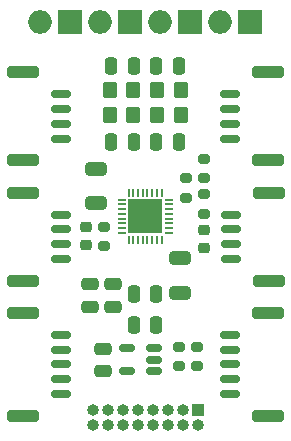
<source format=gts>
G04 #@! TF.GenerationSoftware,KiCad,Pcbnew,8.0.1*
G04 #@! TF.CreationDate,2024-09-18T22:43:32-06:00*
G04 #@! TF.ProjectId,semg,73656d67-2e6b-4696-9361-645f70636258,rev?*
G04 #@! TF.SameCoordinates,Original*
G04 #@! TF.FileFunction,Soldermask,Top*
G04 #@! TF.FilePolarity,Negative*
%FSLAX46Y46*%
G04 Gerber Fmt 4.6, Leading zero omitted, Abs format (unit mm)*
G04 Created by KiCad (PCBNEW 8.0.1) date 2024-09-18 22:43:32*
%MOMM*%
%LPD*%
G01*
G04 APERTURE LIST*
G04 Aperture macros list*
%AMRoundRect*
0 Rectangle with rounded corners*
0 $1 Rounding radius*
0 $2 $3 $4 $5 $6 $7 $8 $9 X,Y pos of 4 corners*
0 Add a 4 corners polygon primitive as box body*
4,1,4,$2,$3,$4,$5,$6,$7,$8,$9,$2,$3,0*
0 Add four circle primitives for the rounded corners*
1,1,$1+$1,$2,$3*
1,1,$1+$1,$4,$5*
1,1,$1+$1,$6,$7*
1,1,$1+$1,$8,$9*
0 Add four rect primitives between the rounded corners*
20,1,$1+$1,$2,$3,$4,$5,0*
20,1,$1+$1,$4,$5,$6,$7,0*
20,1,$1+$1,$6,$7,$8,$9,0*
20,1,$1+$1,$8,$9,$2,$3,0*%
G04 Aperture macros list end*
%ADD10RoundRect,0.050000X-0.050000X0.300000X-0.050000X-0.300000X0.050000X-0.300000X0.050000X0.300000X0*%
%ADD11RoundRect,0.050000X-0.300000X0.050000X-0.300000X-0.050000X0.300000X-0.050000X0.300000X0.050000X0*%
%ADD12R,2.900000X2.900000*%
%ADD13RoundRect,0.150000X-0.700000X0.150000X-0.700000X-0.150000X0.700000X-0.150000X0.700000X0.150000X0*%
%ADD14RoundRect,0.250000X-1.100000X0.250000X-1.100000X-0.250000X1.100000X-0.250000X1.100000X0.250000X0*%
%ADD15RoundRect,0.225000X0.250000X-0.225000X0.250000X0.225000X-0.250000X0.225000X-0.250000X-0.225000X0*%
%ADD16RoundRect,0.250000X-0.350000X-0.450000X0.350000X-0.450000X0.350000X0.450000X-0.350000X0.450000X0*%
%ADD17RoundRect,0.200000X-0.275000X0.200000X-0.275000X-0.200000X0.275000X-0.200000X0.275000X0.200000X0*%
%ADD18RoundRect,0.150000X0.512500X0.150000X-0.512500X0.150000X-0.512500X-0.150000X0.512500X-0.150000X0*%
%ADD19RoundRect,0.250000X-0.475000X0.250000X-0.475000X-0.250000X0.475000X-0.250000X0.475000X0.250000X0*%
%ADD20RoundRect,0.250000X-0.250000X-0.475000X0.250000X-0.475000X0.250000X0.475000X-0.250000X0.475000X0*%
%ADD21RoundRect,0.200000X0.275000X-0.200000X0.275000X0.200000X-0.275000X0.200000X-0.275000X-0.200000X0*%
%ADD22RoundRect,0.150000X0.700000X-0.150000X0.700000X0.150000X-0.700000X0.150000X-0.700000X-0.150000X0*%
%ADD23RoundRect,0.250000X1.100000X-0.250000X1.100000X0.250000X-1.100000X0.250000X-1.100000X-0.250000X0*%
%ADD24R,2.000000X2.000000*%
%ADD25O,2.000000X2.000000*%
%ADD26RoundRect,0.250000X0.250000X0.475000X-0.250000X0.475000X-0.250000X-0.475000X0.250000X-0.475000X0*%
%ADD27RoundRect,0.225000X-0.250000X0.225000X-0.250000X-0.225000X0.250000X-0.225000X0.250000X0.225000X0*%
%ADD28RoundRect,0.250000X-0.650000X0.325000X-0.650000X-0.325000X0.650000X-0.325000X0.650000X0.325000X0*%
%ADD29RoundRect,0.250000X0.350000X0.450000X-0.350000X0.450000X-0.350000X-0.450000X0.350000X-0.450000X0*%
%ADD30R,1.000000X1.000000*%
%ADD31O,1.000000X1.000000*%
%ADD32RoundRect,0.250000X0.650000X-0.325000X0.650000X0.325000X-0.650000X0.325000X-0.650000X-0.325000X0*%
G04 APERTURE END LIST*
D10*
X67750000Y-31497500D03*
X67350000Y-31497500D03*
X66950000Y-31497500D03*
X66550000Y-31497500D03*
X66150000Y-31497500D03*
X65750000Y-31497500D03*
X65350000Y-31497500D03*
X64950000Y-31497500D03*
D11*
X64350000Y-32097500D03*
X64350000Y-32497500D03*
X64350000Y-32897500D03*
X64350000Y-33297500D03*
X64350000Y-33697500D03*
X64350000Y-34097500D03*
X64350000Y-34497500D03*
X64350000Y-34897500D03*
D10*
X64950000Y-35497500D03*
X65350000Y-35497500D03*
X65750000Y-35497500D03*
X66150000Y-35497500D03*
X66550000Y-35497500D03*
X66950000Y-35497500D03*
X67350000Y-35497500D03*
X67750000Y-35497500D03*
D11*
X68350000Y-34897500D03*
X68350000Y-34497500D03*
X68350000Y-34097500D03*
X68350000Y-33697500D03*
X68350000Y-33297500D03*
X68350000Y-32897500D03*
X68350000Y-32497500D03*
X68350000Y-32097500D03*
D12*
X66350000Y-33497500D03*
D13*
X59200000Y-43550000D03*
X59200000Y-44800000D03*
X59200000Y-46050000D03*
X59200000Y-47300000D03*
X59200000Y-48550000D03*
D14*
X56000000Y-41700000D03*
X56000000Y-50400000D03*
D15*
X71350000Y-36225000D03*
X71350000Y-34675000D03*
D16*
X63350000Y-22850000D03*
X65350000Y-22850000D03*
D17*
X69850000Y-30275000D03*
X69850000Y-31925000D03*
D18*
X67075000Y-46600000D03*
X67075000Y-45650000D03*
X67075000Y-44700000D03*
X64800000Y-44700000D03*
X64800000Y-46600000D03*
D19*
X63650000Y-39250000D03*
X63650000Y-41150000D03*
D16*
X63350000Y-24950000D03*
X65350000Y-24950000D03*
D20*
X67300000Y-27250000D03*
X69200000Y-27250000D03*
D17*
X70750000Y-44550000D03*
X70750000Y-46200000D03*
D21*
X71350000Y-30275000D03*
X71350000Y-28625000D03*
D22*
X73550000Y-48550000D03*
X73550000Y-47300000D03*
X73550000Y-46050000D03*
X73550000Y-44800000D03*
X73550000Y-43550000D03*
D23*
X76750000Y-50400000D03*
X76750000Y-41700000D03*
D19*
X62750000Y-44750000D03*
X62750000Y-46650000D03*
D24*
X75250000Y-17050000D03*
D25*
X72710000Y-17050000D03*
D24*
X70170000Y-17050000D03*
D25*
X67630000Y-17050000D03*
D24*
X65090000Y-17050000D03*
D25*
X62550000Y-17050000D03*
D24*
X60010000Y-17050000D03*
D25*
X57470000Y-17050000D03*
D17*
X69250000Y-44550000D03*
X69250000Y-46200000D03*
D22*
X73550000Y-26925000D03*
X73550000Y-25675000D03*
X73550000Y-24425000D03*
X73550000Y-23175000D03*
D23*
X76750000Y-28775000D03*
X76750000Y-21325000D03*
D20*
X63500000Y-27250000D03*
X65400000Y-27250000D03*
D13*
X59200000Y-33375000D03*
X59200000Y-34625000D03*
X59200000Y-35875000D03*
X59200000Y-37125000D03*
D14*
X56000000Y-31525000D03*
X56000000Y-38975000D03*
D26*
X65400000Y-20750000D03*
X63500000Y-20750000D03*
X69200000Y-20750000D03*
X67300000Y-20750000D03*
D27*
X61350000Y-34425000D03*
X61350000Y-35975000D03*
D19*
X61650000Y-39250000D03*
X61650000Y-41150000D03*
D20*
X65400000Y-42750000D03*
X67300000Y-42750000D03*
D28*
X69300000Y-37025000D03*
X69300000Y-39975000D03*
D13*
X59200000Y-23175000D03*
X59200000Y-24425000D03*
X59200000Y-25675000D03*
X59200000Y-26925000D03*
D14*
X56000000Y-21325000D03*
X56000000Y-28775000D03*
D29*
X69350000Y-24950000D03*
X67350000Y-24950000D03*
D30*
X70810000Y-49875000D03*
D31*
X70810000Y-51145000D03*
X69540000Y-49875000D03*
X69540000Y-51145000D03*
X68270000Y-49875000D03*
X68270000Y-51145000D03*
X67000000Y-49875000D03*
X67000000Y-51145000D03*
X65730000Y-49875000D03*
X65730000Y-51145000D03*
X64460000Y-49875000D03*
X64460000Y-51145000D03*
X63190000Y-49875000D03*
X63190000Y-51145000D03*
X61920000Y-49875000D03*
X61920000Y-51145000D03*
D22*
X73600000Y-37125000D03*
X73600000Y-35875000D03*
X73600000Y-34625000D03*
X73600000Y-33375000D03*
D23*
X76800000Y-38975000D03*
X76800000Y-31525000D03*
D17*
X71350000Y-31625000D03*
X71350000Y-33275000D03*
X62900000Y-34375000D03*
X62900000Y-36025000D03*
D26*
X67300000Y-40050000D03*
X65400000Y-40050000D03*
D29*
X69350000Y-22850000D03*
X67350000Y-22850000D03*
D32*
X62150000Y-32425000D03*
X62150000Y-29475000D03*
M02*

</source>
